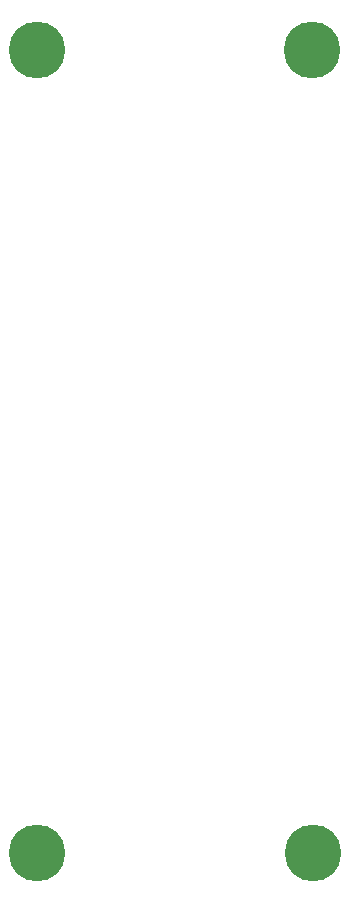
<source format=gbr>
G04 #@! TF.GenerationSoftware,KiCad,Pcbnew,(5.1.9)-1*
G04 #@! TF.CreationDate,2021-09-23T17:19:57+12:00*
G04 #@! TF.ProjectId,covers,636f7665-7273-42e6-9b69-6361645f7063,rev?*
G04 #@! TF.SameCoordinates,Original*
G04 #@! TF.FileFunction,Soldermask,Top*
G04 #@! TF.FilePolarity,Negative*
%FSLAX46Y46*%
G04 Gerber Fmt 4.6, Leading zero omitted, Abs format (unit mm)*
G04 Created by KiCad (PCBNEW (5.1.9)-1) date 2021-09-23 17:19:57*
%MOMM*%
%LPD*%
G01*
G04 APERTURE LIST*
%ADD10C,4.802000*%
G04 APERTURE END LIST*
D10*
X108800000Y-117300000D03*
X132150000Y-117300000D03*
X108800000Y-185300000D03*
X132200000Y-185300000D03*
M02*

</source>
